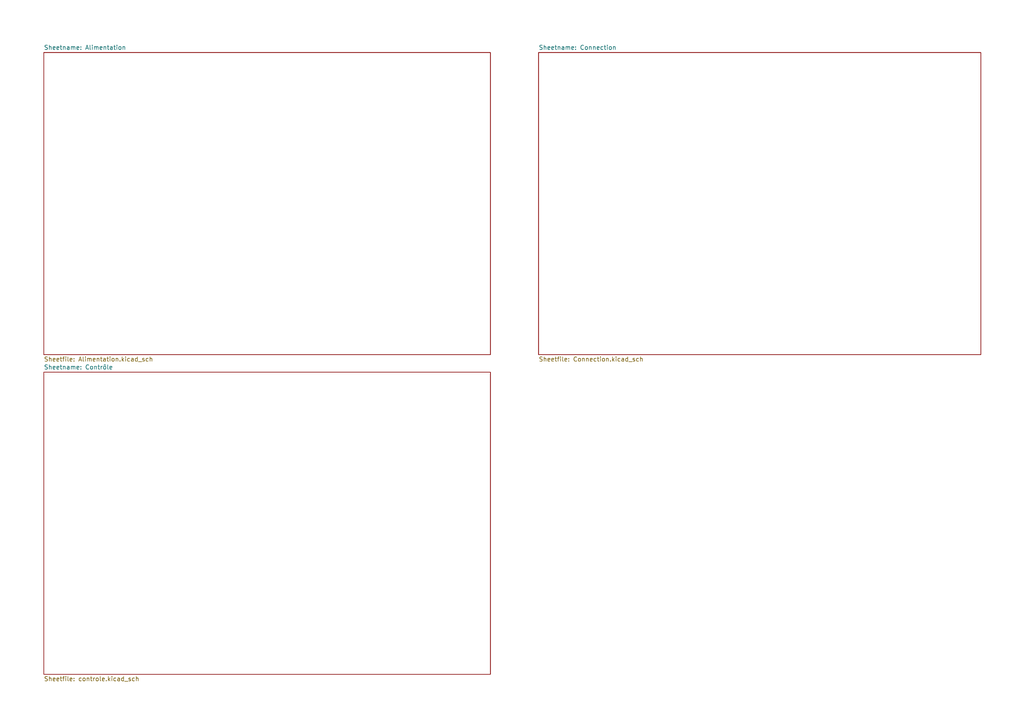
<source format=kicad_sch>
(kicad_sch
	(version 20231120)
	(generator "eeschema")
	(generator_version "8.0")
	(uuid "a2d89bc7-21ef-4763-a61e-2543d6ecb74a")
	(paper "A4")
	(lib_symbols)
	(sheet
		(at 12.7 107.95)
		(size 129.54 87.63)
		(fields_autoplaced yes)
		(stroke
			(width 0.1524)
			(type solid)
		)
		(fill
			(color 0 0 0 0.0000)
		)
		(uuid "9cfc2085-cc7e-45c0-84ac-dc248454cc87")
		(property "Sheetname" "Contrôle"
			(at 12.7 107.2384 0)
			(show_name yes)
			(effects
				(font
					(size 1.27 1.27)
				)
				(justify left bottom)
			)
		)
		(property "Sheetfile" "controle.kicad_sch"
			(at 12.7 196.1646 0)
			(show_name yes)
			(effects
				(font
					(size 1.27 1.27)
				)
				(justify left top)
			)
		)
		(instances
			(project "ESP32_CHUNGUS_RAPIDUS"
				(path "/a2d89bc7-21ef-4763-a61e-2543d6ecb74a"
					(page "4")
				)
			)
		)
	)
	(sheet
		(at 156.21 15.24)
		(size 128.27 87.63)
		(fields_autoplaced yes)
		(stroke
			(width 0.1524)
			(type solid)
		)
		(fill
			(color 0 0 0 0.0000)
		)
		(uuid "a4d39872-1fe4-497d-b17b-c25ddef0adec")
		(property "Sheetname" "Connection"
			(at 156.21 14.5284 0)
			(show_name yes)
			(effects
				(font
					(size 1.27 1.27)
				)
				(justify left bottom)
			)
		)
		(property "Sheetfile" "Connection.kicad_sch"
			(at 156.21 103.4546 0)
			(show_name yes)
			(effects
				(font
					(size 1.27 1.27)
				)
				(justify left top)
			)
		)
		(instances
			(project "ESP32_CHUNGUS_RAPIDUS"
				(path "/a2d89bc7-21ef-4763-a61e-2543d6ecb74a"
					(page "3")
				)
			)
		)
	)
	(sheet
		(at 12.7 15.24)
		(size 129.54 87.63)
		(fields_autoplaced yes)
		(stroke
			(width 0.1524)
			(type solid)
		)
		(fill
			(color 0 0 0 0.0000)
		)
		(uuid "d620d65d-4e5b-4946-ab76-81dbf41ecd7c")
		(property "Sheetname" "Alimentation"
			(at 12.7 14.5284 0)
			(show_name yes)
			(effects
				(font
					(size 1.27 1.27)
				)
				(justify left bottom)
			)
		)
		(property "Sheetfile" "Alimentation.kicad_sch"
			(at 12.7 103.4546 0)
			(show_name yes)
			(effects
				(font
					(size 1.27 1.27)
				)
				(justify left top)
			)
		)
		(instances
			(project "ESP32_CHUNGUS_RAPIDUS"
				(path "/a2d89bc7-21ef-4763-a61e-2543d6ecb74a"
					(page "2")
				)
			)
		)
	)
	(sheet_instances
		(path "/"
			(page "1")
		)
	)
)
</source>
